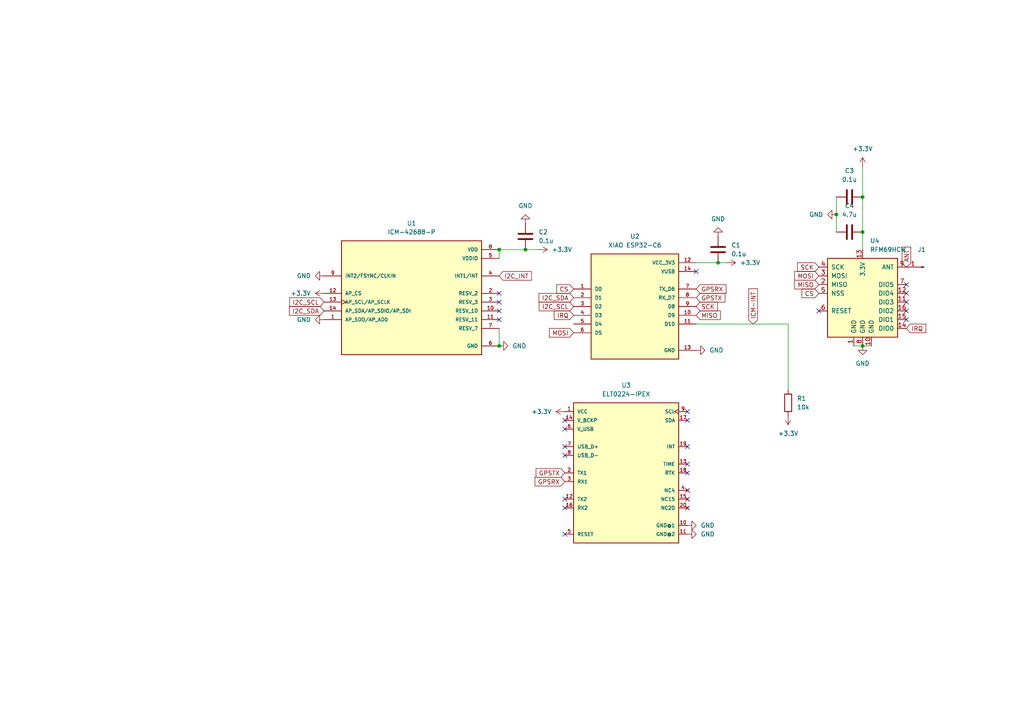
<source format=kicad_sch>
(kicad_sch (version 20250114) (generator "eeschema") (generator_version "9.0")
  (paper "A4")
  (lib_symbols
    (symbol "Connector:Conn_01x01_Pin" (pin_names (offset 1.016) (hide yes))
      (property "Reference" "J" (at 0 2.54 0))
      (property "Value" "Conn_01x01_Pin" (at 0 -2.54 0))
      (symbol "Conn_01x01_Pin_1_1"
        (rectangle (start 0.8636 0.127) (end 0 -0.127) (stroke (width 0.1524)) (fill (type outline)))
        (polyline (pts (xy 1.27 0) (xy 0.8636 0)) (stroke (width 0.1524)))
        (pin passive line (at 5.08 0 180) (length 3.81) (name "Pin_1") (number "1"))
      )
    )
    (symbol "Device:C" (pin_numbers (hide yes)) (pin_names (offset 0.254))
      (property "Reference" "C" (at 0.635 2.54 0))
      (property "Value" "C" (at 0.635 -2.54 0))
      (symbol "C_0_1"
        (polyline (pts (xy -2.032 0.762) (xy 2.032 0.762)) (stroke (width 0.508)))
        (polyline (pts (xy -2.032 -0.762) (xy 2.032 -0.762)) (stroke (width 0.508)))
      )
      (symbol "C_1_1"
        (pin passive line (at 0 3.81 270) (length 2.794) (name "~") (number "1"))
        (pin passive line (at 0 -3.81 90) (length 2.794) (name "~") (number "2"))
      )
    )
    (symbol "Device:R" (pin_numbers (hide yes)) (pin_names (offset 0))
      (property "Reference" "R" (at 2.032 0 90))
      (property "Value" "R" (at 0 0 90))
      (symbol "R_0_1"
        (rectangle (start -1.016 -2.54) (end 1.016 2.54) (stroke (width 0.254)))
      )
      (symbol "R_1_1"
        (pin passive line (at 0 3.81 270) (length 1.27) (name "~") (number "1"))
        (pin passive line (at 0 -3.81 90) (length 1.27) (name "~") (number "2"))
      )
    )
    (symbol "ELT0224:ELT0224-IPEX" (pin_names (offset 1.016))
      (property "Reference" "U" (at -15.24 22.86 0))
      (property "Value" "ELT0224-IPEX" (at -15.24 -25.4 0))
      (symbol "ELT0224-IPEX_0_0"
        (rectangle (start -15.24 -20.32) (end 15.24 20.32) (stroke (width 0.25)) (fill (type background)))
        (pin power_in line (at -17.78 17.78 0) (length 2.54) (name "VCC") (number "1"))
        (pin power_in line (at -17.78 15.24 0) (length 2.54) (name "V_BCKP") (number "14"))
        (pin power_in line (at -17.78 12.7 0) (length 2.54) (name "V_USB") (number "6"))
        (pin bidirectional line (at -17.78 7.62 0) (length 2.54) (name "USB_D+") (number "7"))
        (pin bidirectional line (at -17.78 5.08 0) (length 2.54) (name "USB_D-") (number "8"))
        (pin output line (at -17.78 0 0) (length 2.54) (name "TX1") (number "2"))
        (pin input line (at -17.78 -2.54 0) (length 2.54) (name "RX1") (number "3"))
        (pin output line (at -17.78 -7.62 0) (length 2.54) (name "TX2") (number "12"))
        (pin input line (at -17.78 -10.16 0) (length 2.54) (name "RX2") (number "16"))
        (pin input line (at -17.78 -17.78 0) (length 2.54) (name "RESET") (number "5"))
        (pin input clock (at 17.78 17.78 180) (length 2.54) (name "SCL") (number "9"))
        (pin bidirectional line (at 17.78 15.24 180) (length 2.54) (name "SDA") (number "17"))
        (pin input line (at 17.78 7.62 180) (length 2.54) (name "INT") (number "19"))
        (pin output line (at 17.78 2.54 180) (length 2.54) (name "TIME") (number "13"))
        (pin output line (at 17.78 0 180) (length 2.54) (name "RTK") (number "18"))
        (pin no_connect line (at 17.78 -5.08 180) (length 2.54) (name "NC4") (number "4"))
        (pin no_connect line (at 17.78 -7.62 180) (length 2.54) (name "NC15") (number "15"))
        (pin no_connect line (at 17.78 -10.16 180) (length 2.54) (name "NC20") (number "20"))
        (pin power_in line (at 17.78 -15.24 180) (length 2.54) (name "GND@1") (number "10"))
        (pin power_in line (at 17.78 -17.78 180) (length 2.54) (name "GND@2") (number "11"))
      )
    )
    (symbol "ICM-42688:ICM-42688-P" (pin_names (offset 1.016))
      (property "Reference" "U" (at -20.32 16.002 0))
      (property "Value" "ICM-42688-P" (at -20.32 -20.32 0))
      (symbol "ICM-42688-P_0_0"
        (rectangle (start -20.32 -17.78) (end 20.32 15.24) (stroke (width 0.254)) (fill (type background)))
        (pin bidirectional line (at -25.4 5.08 0) (length 5.08) (name "INT2/FSYNC/CLKIN") (number "9"))
        (pin input line (at -25.4 0 0) (length 5.08) (name "AP_CS") (number "12"))
        (pin input clock (at -25.4 -2.54 0) (length 5.08) (name "AP_SCL/AP_SCLK") (number "13"))
        (pin bidirectional line (at -25.4 -5.08 0) (length 5.08) (name "AP_SDA/AP_SDIO/AP_SDI") (number "14"))
        (pin bidirectional line (at -25.4 -7.62 0) (length 5.08) (name "AP_SDO/AP_AD0") (number "1"))
        (pin power_in line (at 25.4 12.7 180) (length 5.08) (name "VDD") (number "8"))
        (pin power_in line (at 25.4 10.16 180) (length 5.08) (name "VDDIO") (number "5"))
        (pin output line (at 25.4 5.08 180) (length 5.08) (name "INT1/INT") (number "4"))
        (pin passive line (at 25.4 0 180) (length 5.08) (name "RESV_2") (number "2"))
        (pin passive line (at 25.4 -2.54 180) (length 5.08) (name "RESV_3") (number "3"))
        (pin passive line (at 25.4 -5.08 180) (length 5.08) (name "RESV_10") (number "10"))
        (pin passive line (at 25.4 -7.62 180) (length 5.08) (name "RESV_11") (number "11"))
        (pin passive line (at 25.4 -10.16 180) (length 5.08) (name "RESV_7") (number "7"))
        (pin power_in line (at 25.4 -15.24 180) (length 5.08) (name "GND") (number "6"))
      )
    )
    (symbol "RF_Module:RFM69HCW" (pin_names (offset 1.016))
      (property "Reference" "U" (at -10.414 11.684 0))
      (property "Value" "RFM69HCW" (at 1.524 11.43 0))
      (symbol "RFM69HCW_0_1"
        (rectangle (start -10.16 10.16) (end 10.16 -12.7) (stroke (width 0.254)) (fill (type background)))
      )
      (symbol "RFM69HCW_1_1"
        (pin input line (at -12.7 7.62 0) (length 2.54) (name "SCK") (number "4"))
        (pin input line (at -12.7 5.08 0) (length 2.54) (name "MOSI") (number "3"))
        (pin output line (at -12.7 2.54 0) (length 2.54) (name "MISO") (number "2"))
        (pin input line (at -12.7 0 0) (length 2.54) (name "NSS") (number "5"))
        (pin bidirectional line (at -12.7 -5.08 0) (length 2.54) (name "RESET") (number "6"))
        (pin power_in line (at -2.54 -15.24 90) (length 2.54) (name "GND") (number "1"))
        (pin power_in line (at 0 12.7 270) (length 2.54) (name "3.3V") (number "13"))
        (pin power_in line (at 0 -15.24 90) (length 2.54) (name "GND") (number "8"))
        (pin power_in line (at 2.54 -15.24 90) (length 2.54) (name "GND") (number "10"))
        (pin bidirectional line (at 12.7 7.62 180) (length 2.54) (name "ANT") (number "9"))
        (pin bidirectional line (at 12.7 2.54 180) (length 2.54) (name "DIO5") (number "7"))
        (pin bidirectional line (at 12.7 0 180) (length 2.54) (name "DIO4") (number "12"))
        (pin bidirectional line (at 12.7 -2.54 180) (length 2.54) (name "DIO3") (number "11"))
        (pin bidirectional line (at 12.7 -5.08 180) (length 2.54) (name "DIO2") (number "16"))
        (pin bidirectional line (at 12.7 -7.62 180) (length 2.54) (name "DIO1") (number "15"))
        (pin bidirectional line (at 12.7 -10.16 180) (length 2.54) (name "DIO0") (number "14"))
      )
    )
    (symbol "XIAO ESP32-C3:113991054" (pin_names (offset 1.016))
      (property "Reference" "U" (at -12.7 16.002 0))
      (property "Value" "113991054" (at -12.7 -17.78 0))
      (symbol "113991054_0_0"
        (rectangle (start -12.7 -15.24) (end 12.7 15.24) (stroke (width 0.254)) (fill (type background)))
        (pin bidirectional line (at -17.78 5.08 0) (length 5.08) (name "D0") (number "1"))
        (pin bidirectional line (at -17.78 2.54 0) (length 5.08) (name "D1") (number "2"))
        (pin bidirectional line (at -17.78 0 0) (length 5.08) (name "D2") (number "3"))
        (pin bidirectional line (at -17.78 -2.54 0) (length 5.08) (name "D3") (number "4"))
        (pin bidirectional line (at -17.78 -5.08 0) (length 5.08) (name "D4") (number "5"))
        (pin bidirectional line (at -17.78 -7.62 0) (length 5.08) (name "D5") (number "6"))
        (pin power_in line (at 17.78 12.7 180) (length 5.08) (name "VCC_3V3") (number "12"))
        (pin power_in line (at 17.78 10.16 180) (length 5.08) (name "VUSB") (number "14"))
        (pin bidirectional line (at 17.78 5.08 180) (length 5.08) (name "TX_D6") (number "7"))
        (pin bidirectional line (at 17.78 2.54 180) (length 5.08) (name "RX_D7") (number "8"))
        (pin bidirectional line (at 17.78 0 180) (length 5.08) (name "D8") (number "9"))
        (pin bidirectional line (at 17.78 -2.54 180) (length 5.08) (name "D9") (number "10"))
        (pin bidirectional line (at 17.78 -5.08 180) (length 5.08) (name "D10") (number "11"))
        (pin power_in line (at 17.78 -12.7 180) (length 5.08) (name "GND") (number "13"))
      )
    )
    (symbol "power:+3.3V" (power) (pin_numbers (hide yes)) (pin_names (offset 0) (hide yes))
      (property "Value" "+3.3V" (at 0 3.556 0))
      (symbol "+3.3V_0_1"
        (polyline (pts (xy -0.762 1.27) (xy 0 2.54)))
        (polyline (pts (xy 0 2.54) (xy 0.762 1.27)))
        (polyline (pts (xy 0 0) (xy 0 2.54)))
      )
      (symbol "+3.3V_1_1"
        (pin power_in line (at 0 0 90) (length 0) (name "~") (number "1"))
      )
    )
    (symbol "power:GND" (power) (pin_numbers (hide yes)) (pin_names (offset 0) (hide yes))
      (property "Value" "GND" (at 0 -3.81 0))
      (symbol "GND_0_1"
        (polyline (pts (xy 0 0) (xy 0 -1.27) (xy 1.27 -1.27) (xy 0 -2.54) (xy -1.27 -1.27) (xy 0 -1.27)))
      )
      (symbol "GND_1_1"
        (pin power_in line (at 0 0 270) (length 0) (name "~") (number "1"))
      )
    )
  )
  (junction (at 242.57 62.23))
  (junction (at 250.19 100.33))
  (junction (at 144.78 72.39))
  (junction (at 144.78 100.33))
  (junction (at 250.19 57.15))
  (junction (at 250.19 67.31))
  (junction (at 208.28 76.2))
  (junction (at 152.4 72.39))
  (no_connect (at 163.83 154.94))
  (no_connect (at 199.39 142.24))
  (no_connect (at 262.89 87.63))
  (no_connect (at 262.89 85.09))
  (no_connect (at 144.78 85.09))
  (no_connect (at 163.83 121.92))
  (no_connect (at 262.89 90.17))
  (no_connect (at 199.39 134.62))
  (no_connect (at 144.78 90.17))
  (no_connect (at 237.49 90.17))
  (no_connect (at 262.89 82.55))
  (no_connect (at 199.39 129.54))
  (no_connect (at 144.78 92.71))
  (no_connect (at 163.83 144.78))
  (no_connect (at 163.83 147.32))
  (no_connect (at 199.39 137.16))
  (no_connect (at 199.39 147.32))
  (no_connect (at 163.83 132.08))
  (no_connect (at 163.83 124.46))
  (no_connect (at 199.39 144.78))
  (no_connect (at 262.89 92.71))
  (no_connect (at 144.78 87.63))
  (no_connect (at 199.39 119.38))
  (no_connect (at 201.93 78.74))
  (no_connect (at 199.39 121.92))
  (no_connect (at 163.83 129.54))
  (wire (pts (xy 250.19 48.26) (xy 250.19 57.15)))
  (wire (pts (xy 250.19 57.15) (xy 250.19 67.31)))
  (wire (pts (xy 144.78 95.25) (xy 144.78 100.33)))
  (wire (pts (xy 152.4 72.39) (xy 144.78 72.39)))
  (wire (pts (xy 210.82 76.2) (xy 208.28 76.2)))
  (wire (pts (xy 250.19 100.33) (xy 252.73 100.33)))
  (wire (pts (xy 247.65 100.33) (xy 250.19 100.33)))
  (wire (pts (xy 201.93 93.98) (xy 228.6 93.98)))
  (wire (pts (xy 156.21 72.39) (xy 152.4 72.39)))
  (wire (pts (xy 228.6 93.98) (xy 228.6 113.03)))
  (wire (pts (xy 144.78 72.39) (xy 144.78 74.93)))
  (wire (pts (xy 208.28 76.2) (xy 201.93 76.2)))
  (wire (pts (xy 242.57 57.15) (xy 242.57 62.23)))
  (wire (pts (xy 250.19 67.31) (xy 250.19 72.39)))
  (wire (pts (xy 242.57 62.23) (xy 242.57 67.31)))
  (global_label "SCK" (shape input) (at 237.49 77.47 180) (property "Intersheetrefs" "${INTERSHEET_REFS}" (effects (hide yes))))
  (global_label "I2C_SCL" (shape input) (at 166.37 88.9 180) (property "Intersheetrefs" "${INTERSHEET_REFS}" (effects (hide yes))))
  (global_label "ANT" (shape input) (at 262.89 77.47 90) (property "Intersheetrefs" "${INTERSHEET_REFS}" (effects (hide yes))))
  (global_label "GPSRX" (shape input) (at 163.83 139.7 180) (property "Intersheetrefs" "${INTERSHEET_REFS}" (effects (hide yes))))
  (global_label "I2C_INT" (shape input) (at 144.78 80.01 0) (property "Intersheetrefs" "${INTERSHEET_REFS}" (effects (hide yes))))
  (global_label "MOSI" (shape input) (at 237.49 80.01 180) (property "Intersheetrefs" "${INTERSHEET_REFS}" (effects (hide yes))))
  (global_label "SCK" (shape input) (at 201.93 88.9 0) (property "Intersheetrefs" "${INTERSHEET_REFS}" (effects (hide yes))))
  (global_label "IRQ" (shape input) (at 166.37 91.44 180) (property "Intersheetrefs" "${INTERSHEET_REFS}" (effects (hide yes))))
  (global_label "GPSTX" (shape input) (at 201.93 86.36 0) (property "Intersheetrefs" "${INTERSHEET_REFS}" (effects (hide yes))))
  (global_label "CS" (shape input) (at 237.49 85.09 180) (property "Intersheetrefs" "${INTERSHEET_REFS}" (effects (hide yes))))
  (global_label "IRQ" (shape input) (at 262.89 95.25 0) (property "Intersheetrefs" "${INTERSHEET_REFS}" (effects (hide yes))))
  (global_label "GPSTX" (shape input) (at 163.83 137.16 180) (property "Intersheetrefs" "${INTERSHEET_REFS}" (effects (hide yes))))
  (global_label "I2C_SDA" (shape input) (at 93.98 90.17 180) (property "Intersheetrefs" "${INTERSHEET_REFS}" (effects (hide yes))))
  (global_label "I2C_SDA" (shape input) (at 166.37 86.36 180) (property "Intersheetrefs" "${INTERSHEET_REFS}" (effects (hide yes))))
  (global_label "MOSI" (shape input) (at 166.37 96.52 180) (property "Intersheetrefs" "${INTERSHEET_REFS}" (effects (hide yes))))
  (global_label "MISO" (shape input) (at 237.49 82.55 180) (property "Intersheetrefs" "${INTERSHEET_REFS}" (effects (hide yes))))
  (global_label "ICM-INT" (shape input) (at 218.44 93.98 90) (property "Intersheetrefs" "${INTERSHEET_REFS}" (effects (hide yes))))
  (global_label "I2C_SCL" (shape input) (at 93.98 87.63 180) (property "Intersheetrefs" "${INTERSHEET_REFS}" (effects (hide yes))))
  (global_label "GPSRX" (shape input) (at 201.93 83.82 0) (property "Intersheetrefs" "${INTERSHEET_REFS}" (effects (hide yes))))
  (global_label "MISO" (shape input) (at 201.93 91.44 0) (property "Intersheetrefs" "${INTERSHEET_REFS}" (effects (hide yes))))
  (global_label "CS" (shape input) (at 166.37 83.82 180) (property "Intersheetrefs" "${INTERSHEET_REFS}" (effects (hide yes))))
  (symbol (lib_id "Device:R") (at 228.6 116.84 0) (unit 1)
    (property "Reference" "R1" (at 231.14 115.5699 0) (effects (justify left)))
    (property "Value" "10k" (at 231.14 118.1099 0) (effects (justify left)))
    (property "Footprint" "Resistor_SMD:R_0805_2012Metric" (effects (hide yes)))
    (property "Description" "Resistor" (effects (hide yes)))
  )
  (symbol (lib_id "power:+3.3V") (at 228.6 120.65 180) (unit 1)
    (property "Reference" "#PWR013" (effects (hide yes)))
    (property "Value" "+3.3V" (at 228.6 125.73 0))
    (property "Description" "Power symbol creates a global label with name \"+3.3V\"" (effects (hide yes)))
  )
  (symbol (lib_id "XIAO ESP32-C3:113991054") (at 184.15 88.9 0) (unit 1)
    (property "Reference" "U2" (at 184.15 68.58 0))
    (property "Value" "XIAO ESP32-C6" (at 184.15 71.12 0))
    (property "Footprint" "footprints:MODULE_113991054" (effects (hide yes)))
    (property "MF" "Seeed Technology Co., Ltd" (effects (hide yes)))
    (property "MAXIMUM_PACKAGE_HEIGHT" "N/A" (effects (hide yes)))
    (property "Package" "None" (effects (hide yes)))
    (property "Price" "None" (effects (hide yes)))
    (property "Check_prices" "https://www.snapeda.com/parts/113991054/Seeed+Studio/view-part/?ref=eda" (effects (hide yes)))
    (property "STANDARD" "Manufacturer Recommendations" (effects (hide yes)))
    (property "PARTREV" "23/05/2022" (effects (hide yes)))
    (property "SnapEDA_Link" "https://www.snapeda.com/parts/113991054/Seeed+Studio/view-part/?ref=snap" (effects (hide yes)))
    (property "MP" "113991054" (effects (hide yes)))
    (property "Description_1" "- ESP32-C3 Transceiver; 802.11 a/b/g/n (Wi-Fi, WiFi, WLAN), Bluetooth® Smart 4.x Low Energy (BLE) 2.4GHz Evaluation Board" (effects (hide yes)))
    (property "SNAPEDA_PN" "113991054" (effects (hide yes)))
    (property "Availability" "In Stock" (effects (hide yes)))
    (property "MANUFACTURER" "Seeed Technology" (effects (hide yes)))
  )
  (symbol (lib_id "ICM-42688:ICM-42688-P") (at 119.38 85.09 0) (unit 1)
    (property "Reference" "U1" (at 119.38 64.77 0))
    (property "Value" "ICM-42688-P" (at 119.38 67.31 0))
    (property "Footprint" "footprints:PQFN50P300X250X97-14N" (effects (hide yes)))
    (property "PARTREV" "1.2" (effects (hide yes)))
    (property "STANDARD" "IPC-7351B" (effects (hide yes)))
    (property "MAXIMUM_PACKAGE_HEIGHT" "0.97mm" (effects (hide yes)))
    (property "MANUFACTURER" "TDK InvenSense" (effects (hide yes)))
  )
  (symbol (lib_id "power:GND") (at 242.57 62.23 270) (unit 1)
    (property "Reference" "#PWR016" (effects (hide yes)))
    (property "Value" "GND" (at 238.76 62.2299 90) (effects (justify right)))
    (property "Description" "Power symbol creates a global label with name \"GND\" , ground" (effects (hide yes)))
  )
  (symbol (lib_id "power:GND") (at 144.78 100.33 90) (unit 1)
    (property "Reference" "#PWR01" (effects (hide yes)))
    (property "Value" "GND" (at 148.59 100.3299 90) (effects (justify right)))
    (property "Description" "Power symbol creates a global label with name \"GND\" , ground" (effects (hide yes)))
  )
  (symbol (lib_id "power:GND") (at 199.39 152.4 90) (unit 1)
    (property "Reference" "#PWR06" (effects (hide yes)))
    (property "Value" "GND" (at 203.2 152.3999 90) (effects (justify right)))
    (property "Description" "Power symbol creates a global label with name \"GND\" , ground" (effects (hide yes)))
  )
  (symbol (lib_id "power:GND") (at 152.4 64.77 180) (unit 1)
    (property "Reference" "#PWR015" (effects (hide yes)))
    (property "Value" "GND" (at 152.4 59.69 0))
    (property "Description" "Power symbol creates a global label with name \"GND\" , ground" (effects (hide yes)))
  )
  (symbol (lib_id "Device:C") (at 152.4 68.58 0) (unit 1)
    (property "Reference" "C2" (at 156.21 67.3099 0) (effects (justify left)))
    (property "Value" "0.1u" (at 156.21 69.8499 0) (effects (justify left)))
    (property "Description" "Unpolarized capacitor" (effects (hide yes)))
  )
  (symbol (lib_id "RF_Module:RFM69HCW") (at 250.19 85.09 0) (unit 1)
    (property "Reference" "U4" (at 252.3333 69.85 0) (effects (justify left)))
    (property "Value" "RFM69HCW" (at 252.3333 72.39 0) (effects (justify left)))
    (property "Footprint" "RF_Module:HOPERF_RFM69HW" (effects (hide yes)))
    (property "Datasheet" "https://www.hoperf.com/data/upload/portal/20181127/5bfcb8284d838.pdf" (effects (hide yes)))
    (property "Description" "Low power ISM Radio Transceiver Module, SPI interface, AES encryption, 434 or 915 MHz, up to 100mW, up to 300 kb/s, SMD-16, DIP-16" (effects (hide yes)))
  )
  (symbol (lib_id "power:GND") (at 199.39 154.94 90) (unit 1)
    (property "Reference" "#PWR05" (effects (hide yes)))
    (property "Value" "GND" (at 203.2 154.9399 90) (effects (justify right)))
    (property "Description" "Power symbol creates a global label with name \"GND\" , ground" (effects (hide yes)))
  )
  (symbol (lib_id "power:GND") (at 93.98 92.71 270) (unit 1)
    (property "Reference" "#PWR012" (effects (hide yes)))
    (property "Value" "GND" (at 90.17 92.7099 90) (effects (justify right)))
    (property "Description" "Power symbol creates a global label with name \"GND\" , ground" (effects (hide yes)))
  )
  (symbol (lib_id "power:GND") (at 208.28 68.58 180) (unit 1)
    (property "Reference" "#PWR014" (effects (hide yes)))
    (property "Value" "GND" (at 208.28 63.5 0))
    (property "Description" "Power symbol creates a global label with name \"GND\" , ground" (effects (hide yes)))
  )
  (symbol (lib_id "Device:C") (at 246.38 67.31 90) (unit 1)
    (property "Reference" "C4" (at 246.38 59.69 90))
    (property "Value" "4.7u" (at 246.38 62.23 90))
    (property "Description" "Unpolarized capacitor" (effects (hide yes)))
  )
  (symbol (lib_id "power:+3.3V") (at 163.83 119.38 90) (unit 1)
    (property "Reference" "#PWR07" (effects (hide yes)))
    (property "Value" "+3.3V" (at 160.02 119.3799 90) (effects (justify left)))
    (property "Description" "Power symbol creates a global label with name \"+3.3V\"" (effects (hide yes)))
  )
  (symbol (lib_id "Device:C") (at 208.28 72.39 0) (unit 1)
    (property "Reference" "C1" (at 212.09 71.1199 0) (effects (justify left)))
    (property "Value" "0.1u" (at 212.09 73.6599 0) (effects (justify left)))
    (property "Description" "Unpolarized capacitor" (effects (hide yes)))
  )
  (symbol (lib_id "power:GND") (at 250.19 100.33 0) (unit 1)
    (property "Reference" "#PWR08" (effects (hide yes)))
    (property "Value" "GND" (at 250.19 105.41 0))
    (property "Description" "Power symbol creates a global label with name \"GND\" , ground" (effects (hide yes)))
  )
  (symbol (lib_id "power:+3.3V") (at 93.98 85.09 90) (unit 1)
    (property "Reference" "#PWR011" (effects (hide yes)))
    (property "Value" "+3.3V" (at 90.17 85.0899 90) (effects (justify left)))
    (property "Description" "Power symbol creates a global label with name \"+3.3V\"" (effects (hide yes)))
  )
  (symbol (lib_id "Connector:Conn_01x01_Pin") (at 267.97 77.47 180) (unit 1)
    (property "Reference" "J1" (at 267.335 72.39 0))
    (property "Value" "Conn_01x01_Pin" (effects (hide yes)))
    (property "Description" "Generic connector, single row, 01x01, script generated" (effects (hide yes)))
  )
  (symbol (lib_id "power:+3.3V") (at 250.19 48.26 0) (unit 1)
    (property "Reference" "#PWR09" (effects (hide yes)))
    (property "Value" "+3.3V" (at 250.19 43.18 0))
    (property "Description" "Power symbol creates a global label with name \"+3.3V\"" (effects (hide yes)))
  )
  (symbol (lib_id "power:+3.3V") (at 156.21 72.39 270) (unit 1)
    (property "Reference" "#PWR02" (effects (hide yes)))
    (property "Value" "+3.3V" (at 160.02 72.3899 90) (effects (justify left)))
    (property "Description" "Power symbol creates a global label with name \"+3.3V\"" (effects (hide yes)))
  )
  (symbol (lib_id "power:GND") (at 93.98 80.01 270) (unit 1)
    (property "Reference" "#PWR010" (effects (hide yes)))
    (property "Value" "GND" (at 90.17 80.0099 90) (effects (justify right)))
    (property "Description" "Power symbol creates a global label with name \"GND\" , ground" (effects (hide yes)))
  )
  (symbol (lib_id "power:GND") (at 201.93 101.6 90) (unit 1)
    (property "Reference" "#PWR03" (effects (hide yes)))
    (property "Value" "GND" (at 205.74 101.5999 90) (effects (justify right)))
    (property "Description" "Power symbol creates a global label with name \"GND\" , ground" (effects (hide yes)))
  )
  (symbol (lib_id "ELT0224:ELT0224-IPEX") (at 181.61 137.16 0) (unit 1)
    (property "Reference" "U3" (at 181.61 111.76 0))
    (property "Value" "ELT0224-IPEX" (at 181.61 114.3 0))
    (property "Footprint" "ELT0224-IPEX:ELT0224-IPEX" (effects (hide yes)))
    (property "MF" "GNSS OEM" (effects (hide yes)))
    (property "Description_1" "UM980 Micro Form Factor All-constellation High Precision GNSS Receiver with USB, I2C, UART, SPI with SMA or IPEX antenna connectors. Base or Rover operation." (effects (hide yes)))
    (property "Package" "None" (effects (hide yes)))
    (property "Price" "None" (effects (hide yes)))
    (property "Check_prices" "https://www.snapeda.com/parts/ELT0224-IPEX/GNSS+OEM/view-part/?ref=eda" (effects (hide yes)))
    (property "SnapEDA_Link" "https://www.snapeda.com/parts/ELT0224-IPEX/GNSS+OEM/view-part/?ref=snap" (effects (hide yes)))
    (property "MP" "ELT0224-IPEX" (effects (hide yes)))
    (property "Availability" "Not in stock" (effects (hide yes)))
    (property "MANUFACTURER" "GNSS OEM" (effects (hide yes)))
  )
  (symbol (lib_id "Device:C") (at 246.38 57.15 90) (unit 1)
    (property "Reference" "C3" (at 246.38 49.53 90))
    (property "Value" "0.1u" (at 246.38 52.07 90))
    (property "Description" "Unpolarized capacitor" (effects (hide yes)))
  )
  (symbol (lib_id "power:+3.3V") (at 210.82 76.2 270) (unit 1)
    (property "Reference" "#PWR04" (effects (hide yes)))
    (property "Value" "+3.3V" (at 214.63 76.1999 90) (effects (justify left)))
    (property "Description" "Power symbol creates a global label with name \"+3.3V\"" (effects (hide yes)))
  )
)
</source>
